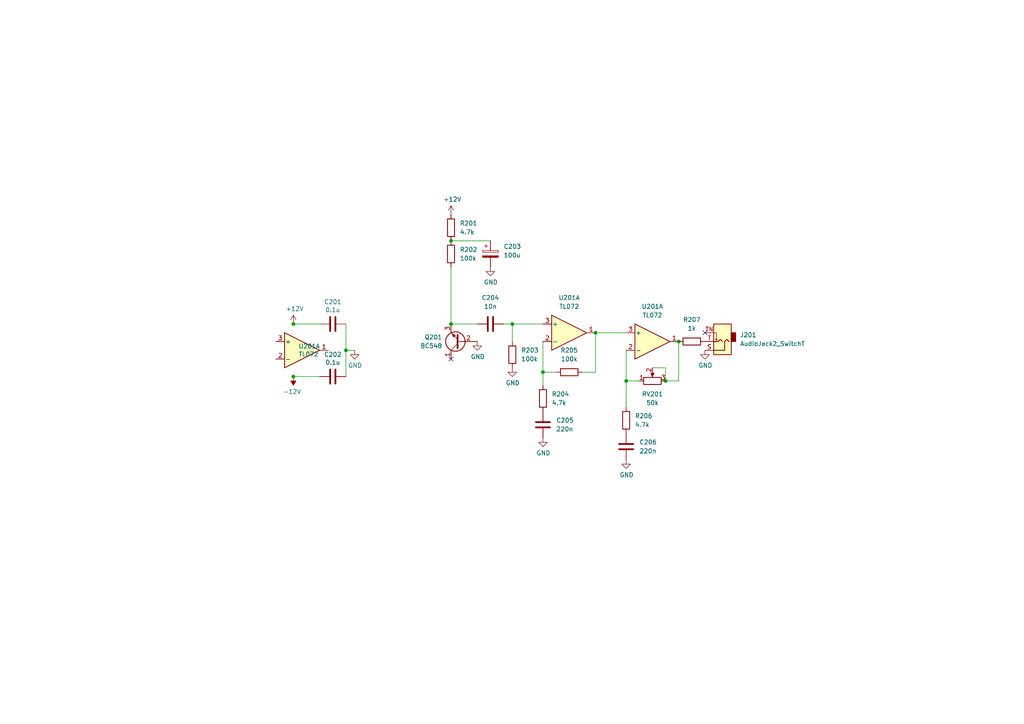
<source format=kicad_sch>
(kicad_sch (version 20211123) (generator eeschema)
  (paper "A4")
  (lib_symbols
    (symbol "Amplifier_Operational:TL072" (pin_names (offset 0.127))
      (property "Reference" "U" (at 0 5.08 0))
      (property "Value" "TL072" (at 0 -5.08 0))
      (symbol "TL072_1_1"
        (polyline (pts (xy -5.08 5.08) (xy 5.08 0) (xy -5.08 -5.08) (xy -5.08 5.08)) (stroke (width 0.254)) (fill (type background)))
        (pin output line (at 7.62 0 180) (length 2.54) (name "~") (number "1"))
        (pin input line (at -7.62 -2.54 0) (length 2.54) (name "-") (number "2"))
        (pin input line (at -7.62 2.54 0) (length 2.54) (name "+") (number "3"))
      )
      (symbol "TL072_2_1"
        (polyline (pts (xy -5.08 5.08) (xy 5.08 0) (xy -5.08 -5.08) (xy -5.08 5.08)) (stroke (width 0.254)) (fill (type background)))
        (pin input line (at -7.62 2.54 0) (length 2.54) (name "+") (number "5"))
        (pin input line (at -7.62 -2.54 0) (length 2.54) (name "-") (number "6"))
        (pin output line (at 7.62 0 180) (length 2.54) (name "~") (number "7"))
      )
      (symbol "TL072_3_1"
        (pin power_in line (at -2.54 -7.62 90) (length 3.81) (name "V-") (number "4"))
        (pin power_in line (at -2.54 7.62 270) (length 3.81) (name "V+") (number "8"))
      )
    )
    (symbol "Connector:AudioJack2_SwitchT"
      (property "Reference" "J" (at 0 8.89 0))
      (property "Value" "AudioJack2_SwitchT" (at 0 6.35 0))
      (symbol "AudioJack2_SwitchT_0_1"
        (rectangle (start -2.54 0) (end -3.81 -2.54) (stroke (width 0.254)) (fill (type outline)))
        (polyline (pts (xy 1.778 -0.254) (xy 2.032 -0.762)))
        (polyline (pts (xy 0 0) (xy 0.635 -0.635) (xy 1.27 0) (xy 2.54 0)) (stroke (width 0.254)))
        (polyline (pts (xy 2.54 -2.54) (xy 1.778 -2.54) (xy 1.778 -0.254) (xy 1.524 -0.762)))
        (polyline (pts (xy 2.54 2.54) (xy -0.635 2.54) (xy -0.635 0) (xy -1.27 -0.635) (xy -1.905 0)) (stroke (width 0.254)))
        (rectangle (start 2.54 3.81) (end -2.54 -5.08) (stroke (width 0.254)) (fill (type background)))
      )
      (symbol "AudioJack2_SwitchT_1_1"
        (pin passive line (at 5.08 2.54 180) (length 2.54) (name "~") (number "S"))
        (pin passive line (at 5.08 0 180) (length 2.54) (name "~") (number "T"))
        (pin passive line (at 5.08 -2.54 180) (length 2.54) (name "~") (number "TN"))
      )
    )
    (symbol "Device:C" (pin_numbers hide) (pin_names (offset 0.254))
      (property "Reference" "C" (at 0.635 2.54 0))
      (property "Value" "C" (at 0.635 -2.54 0))
      (symbol "C_0_1"
        (polyline (pts (xy -2.032 -0.762) (xy 2.032 -0.762)) (stroke (width 0.508)))
        (polyline (pts (xy -2.032 0.762) (xy 2.032 0.762)) (stroke (width 0.508)))
      )
      (symbol "C_1_1"
        (pin passive line (at 0 3.81 270) (length 2.794) (name "~") (number "1"))
        (pin passive line (at 0 -3.81 90) (length 2.794) (name "~") (number "2"))
      )
    )
    (symbol "Device:C_Polarized" (pin_numbers hide) (pin_names (offset 0.254))
      (property "Reference" "C" (at 0.635 2.54 0))
      (property "Value" "C_Polarized" (at 0.635 -2.54 0))
      (symbol "C_Polarized_0_1"
        (rectangle (start -2.286 0.508) (end 2.286 1.016))
        (polyline (pts (xy -1.778 2.286) (xy -0.762 2.286)))
        (polyline (pts (xy -1.27 2.794) (xy -1.27 1.778)))
        (rectangle (start 2.286 -0.508) (end -2.286 -1.016) (fill (type outline)))
      )
      (symbol "C_Polarized_1_1"
        (pin passive line (at 0 3.81 270) (length 2.794) (name "~") (number "1"))
        (pin passive line (at 0 -3.81 90) (length 2.794) (name "~") (number "2"))
      )
    )
    (symbol "Device:R" (pin_numbers hide) (pin_names (offset 0))
      (property "Reference" "R" (at 2.032 0 90))
      (property "Value" "R" (at 0 0 90))
      (symbol "R_0_1"
        (rectangle (start -1.016 -2.54) (end 1.016 2.54) (stroke (width 0.254)))
      )
      (symbol "R_1_1"
        (pin passive line (at 0 3.81 270) (length 1.27) (name "~") (number "1"))
        (pin passive line (at 0 -3.81 90) (length 1.27) (name "~") (number "2"))
      )
    )
    (symbol "Device:R_Potentiometer" (pin_names (offset 1.016) hide)
      (property "Reference" "RV" (at -4.445 0 90))
      (property "Value" "R_Potentiometer" (at -2.54 0 90))
      (symbol "R_Potentiometer_0_1"
        (polyline (pts (xy 2.54 0) (xy 1.524 0)))
        (polyline (pts (xy 1.143 0) (xy 2.286 0.508) (xy 2.286 -0.508) (xy 1.143 0)) (fill (type outline)))
        (rectangle (start 1.016 2.54) (end -1.016 -2.54) (stroke (width 0.254)))
      )
      (symbol "R_Potentiometer_1_1"
        (pin passive line (at 0 3.81 270) (length 1.27) (name "1") (number "1"))
        (pin passive line (at 3.81 0 180) (length 1.27) (name "2") (number "2"))
        (pin passive line (at 0 -3.81 90) (length 1.27) (name "3") (number "3"))
      )
    )
    (symbol "Transistor_BJT:BC548" (pin_names (offset 0) hide)
      (property "Reference" "Q" (at 5.08 1.905 0))
      (property "Value" "BC548" (at 5.08 0 0))
      (symbol "BC548_0_1"
        (polyline (pts (xy 0 0) (xy 0.635 0)))
        (polyline (pts (xy 0.635 0.635) (xy 2.54 2.54)))
        (polyline (pts (xy 0.635 -0.635) (xy 2.54 -2.54) (xy 2.54 -2.54)))
        (polyline (pts (xy 0.635 1.905) (xy 0.635 -1.905) (xy 0.635 -1.905)) (stroke (width 0.508)))
        (polyline (pts (xy 1.27 -1.778) (xy 1.778 -1.27) (xy 2.286 -2.286) (xy 1.27 -1.778) (xy 1.27 -1.778)) (fill (type outline)))
        (circle (center 1.27 0) (radius 2.8194) (stroke (width 0.254)))
      )
      (symbol "BC548_1_1"
        (pin passive line (at 2.54 5.08 270) (length 2.54) (name "C") (number "1"))
        (pin input line (at -5.08 0 0) (length 5.08) (name "B") (number "2"))
        (pin passive line (at 2.54 -5.08 90) (length 2.54) (name "E") (number "3"))
      )
    )
    (symbol "power:+12V" (power) (pin_names (offset 0))
      (property "Value" "+12V" (at 0 3.556 0))
      (symbol "+12V_0_1"
        (polyline (pts (xy -0.762 1.27) (xy 0 2.54)))
        (polyline (pts (xy 0 0) (xy 0 2.54)))
        (polyline (pts (xy 0 2.54) (xy 0.762 1.27)))
      )
      (symbol "+12V_1_1"
        (pin power_in line (at 0 0 90) (length 0) hide (name "+12V") (number "1"))
      )
    )
    (symbol "power:-12V" (power) (pin_names (offset 0))
      (property "Value" "-12V" (at 0 3.81 0))
      (symbol "-12V_0_0"
        (pin power_in line (at 0 0 90) (length 0) hide (name "-12V") (number "1"))
      )
      (symbol "-12V_0_1"
        (polyline (pts (xy 0 0) (xy 0 1.27) (xy 0.762 1.27) (xy 0 2.54) (xy -0.762 1.27) (xy 0 1.27)) (fill (type outline)))
      )
    )
    (symbol "power:GND" (power) (pin_names (offset 0))
      (property "Value" "GND" (at 0 -3.81 0))
      (symbol "GND_0_1"
        (polyline (pts (xy 0 0) (xy 0 -1.27) (xy 1.27 -1.27) (xy 0 -2.54) (xy -1.27 -1.27) (xy 0 -1.27)))
      )
      (symbol "GND_1_1"
        (pin power_in line (at 0 0 270) (length 0) hide (name "GND") (number "1"))
      )
    )
  )
  (junction (at 172.72 96.52))
  (junction (at 130.81 69.85))
  (junction (at 157.48 107.95))
  (junction (at 130.81 93.98))
  (junction (at 193.04 110.49))
  (junction (at 196.85 99.06))
  (junction (at 181.61 110.49))
  (junction (at 148.59 93.98))
  (junction (at 85.09 109.22))
  (junction (at 85.09 93.98))
  (junction (at 100.33 101.6))
  (no_connect (at 130.81 104.14))
  (no_connect (at 204.47 96.52))
  (wire (pts (xy 193.04 106.68) (xy 193.04 110.49)))
  (wire (pts (xy 193.04 110.49) (xy 196.85 110.49)))
  (wire (pts (xy 85.09 109.22) (xy 92.71 109.22)))
  (wire (pts (xy 130.81 77.47) (xy 130.81 93.98)))
  (wire (pts (xy 148.59 93.98) (xy 148.59 99.06)))
  (wire (pts (xy 146.05 93.98) (xy 148.59 93.98)))
  (wire (pts (xy 181.61 110.49) (xy 185.42 110.49)))
  (wire (pts (xy 181.61 101.6) (xy 181.61 110.49)))
  (wire (pts (xy 100.33 101.6) (xy 102.87 101.6)))
  (wire (pts (xy 130.81 93.98) (xy 138.43 93.98)))
  (wire (pts (xy 189.23 106.68) (xy 193.04 106.68)))
  (wire (pts (xy 157.48 107.95) (xy 161.29 107.95)))
  (wire (pts (xy 130.81 69.85) (xy 142.24 69.85)))
  (wire (pts (xy 172.72 107.95) (xy 172.72 96.52)))
  (wire (pts (xy 100.33 101.6) (xy 100.33 109.22)))
  (wire (pts (xy 157.48 99.06) (xy 157.48 107.95)))
  (wire (pts (xy 168.91 107.95) (xy 172.72 107.95)))
  (wire (pts (xy 196.85 110.49) (xy 196.85 99.06)))
  (wire (pts (xy 172.72 96.52) (xy 181.61 96.52)))
  (wire (pts (xy 148.59 93.98) (xy 157.48 93.98)))
  (wire (pts (xy 181.61 110.49) (xy 181.61 118.11)))
  (wire (pts (xy 92.71 93.98) (xy 85.09 93.98)))
  (wire (pts (xy 157.48 107.95) (xy 157.48 111.76)))
  (wire (pts (xy 100.33 93.98) (xy 100.33 101.6)))
  (symbol (lib_id "Device:R") (at 200.66 99.06 90)
    (property "Reference" "R207" (at 200.66 92.71 90))
    (property "Value" "1k" (at 200.66 95.25 90))
    (property "Footprint" "Resistor_THT:R_Axial_DIN0207_L6.3mm_D2.5mm_P7.62mm_Horizontal" (effects hide))
  )
  (symbol (lib_id "power:GND") (at 142.24 77.47 0)
    (property "Reference" "#PWR0206" (effects hide))
    (property "Value" "GND" (at 142.367 81.8642 0))
  )
  (symbol (lib_id "Transistor_BJT:BC548") (at 133.35 99.06 180)
    (property "Reference" "Q201" (at 128.27 97.7899 0) (effects (justify left)))
    (property "Value" "BC548" (at 128.27 100.3299 0) (effects (justify left)))
    (property "Footprint" "Package_TO_SOT_THT:TO-92_HandSolder" (effects hide))
    (property "Datasheet" "https://www.onsemi.com/pub/Collateral/BC550-D.pdf" (effects hide))
  )
  (symbol (lib_id "power:-12V") (at 85.09 109.22 180)
    (property "Reference" "#PWR0202" (effects hide))
    (property "Value" "-12V" (at 84.709 113.6142 0))
  )
  (symbol (lib_id "power:GND") (at 102.87 101.6 0)
    (property "Reference" "#PWR0203" (effects hide))
    (property "Value" "GND" (at 102.997 105.9942 0))
  )
  (symbol (lib_id "Amplifier_Operational:TL072") (at 189.23 99.06 0)
    (property "Reference" "U201" (at 189.23 88.9 0))
    (property "Value" "TL072" (at 189.23 91.44 0))
    (property "Footprint" "Package_DIP:DIP-8_W7.62mm_Socket" (effects hide))
    (property "Datasheet" "http://www.ti.com/lit/ds/symlink/tl071.pdf" (effects hide))
  )
  (symbol (lib_id "Device:R") (at 157.48 115.57 0)
    (property "Reference" "R204" (at 160.02 114.2999 0) (effects (justify left)))
    (property "Value" "4.7k" (at 160.02 116.8399 0) (effects (justify left)))
    (property "Footprint" "Resistor_THT:R_Axial_DIN0207_L6.3mm_D2.5mm_P7.62mm_Horizontal" (effects hide))
  )
  (symbol (lib_id "Amplifier_Operational:TL072") (at 87.63 101.6 0)
    (property "Reference" "U201" (at 86.5632 100.4316 0) (effects (justify left)))
    (property "Value" "TL072" (at 86.5632 102.743 0) (effects (justify left)))
    (property "Footprint" "Package_DIP:DIP-8_W7.62mm_Socket" (effects hide))
    (property "Datasheet" "http://www.ti.com/lit/ds/symlink/tl071.pdf" (effects hide))
  )
  (symbol (lib_id "Device:R") (at 181.61 121.92 0)
    (property "Reference" "R206" (at 184.15 120.6499 0) (effects (justify left)))
    (property "Value" "4.7k" (at 184.15 123.1899 0) (effects (justify left)))
    (property "Footprint" "Resistor_THT:R_Axial_DIN0207_L6.3mm_D2.5mm_P7.62mm_Horizontal" (effects hide))
  )
  (symbol (lib_id "Device:R") (at 130.81 73.66 0)
    (property "Reference" "R202" (at 133.35 72.3899 0) (effects (justify left)))
    (property "Value" "100k" (at 133.35 74.9299 0) (effects (justify left)))
    (property "Footprint" "Resistor_THT:R_Axial_DIN0207_L6.3mm_D2.5mm_P7.62mm_Horizontal" (effects hide))
  )
  (symbol (lib_id "Connector:AudioJack2_SwitchT") (at 209.55 99.06 180)
    (property "Reference" "J201" (at 214.63 97.1549 0) (effects (justify right)))
    (property "Value" "AudioJack2_SwitchT" (at 214.63 99.6949 0) (effects (justify right)))
    (property "Footprint" "Connector_Audio:Jack_3.5mm_QingPu_WQP-PJ398SM_Vertical_CircularHoles" (effects hide))
  )
  (symbol (lib_id "Device:C_Polarized") (at 142.24 73.66 0)
    (property "Reference" "C203" (at 146.05 71.5009 0) (effects (justify left)))
    (property "Value" "100u" (at 146.05 74.0409 0) (effects (justify left)))
    (property "Footprint" "Capacitor_THT:CP_Radial_D5.0mm_P2.00mm" (effects hide))
  )
  (symbol (lib_id "power:GND") (at 181.61 133.35 0)
    (property "Reference" "#PWR0209" (effects hide))
    (property "Value" "GND" (at 181.737 137.7442 0))
  )
  (symbol (lib_id "Device:C") (at 157.48 123.19 180)
    (property "Reference" "C205" (at 161.29 121.9199 0) (effects (justify right)))
    (property "Value" "220n" (at 161.29 124.4599 0) (effects (justify right)))
    (property "Footprint" "Capacitor_THT:C_Disc_D5.0mm_W2.5mm_P5.00mm" (effects hide))
  )
  (symbol (lib_id "power:GND") (at 204.47 101.6 0)
    (property "Reference" "#PWR0210" (effects hide))
    (property "Value" "GND" (at 204.597 105.9942 0))
  )
  (symbol (lib_id "Device:C") (at 96.52 109.22 90)
    (property "Reference" "C202" (at 96.52 102.8192 90))
    (property "Value" "0.1u" (at 96.52 105.1306 90))
    (property "Footprint" "Capacitor_THT:C_Disc_D5.0mm_W2.5mm_P5.00mm" (effects hide))
  )
  (symbol (lib_id "Device:R") (at 130.81 66.04 0)
    (property "Reference" "R201" (at 133.35 64.7699 0) (effects (justify left)))
    (property "Value" "4.7k" (at 133.35 67.3099 0) (effects (justify left)))
    (property "Footprint" "Resistor_THT:R_Axial_DIN0207_L6.3mm_D2.5mm_P7.62mm_Horizontal" (effects hide))
  )
  (symbol (lib_id "Device:R") (at 165.1 107.95 90)
    (property "Reference" "R205" (at 165.1 101.6 90))
    (property "Value" "100k" (at 165.1 104.14 90))
    (property "Footprint" "Resistor_THT:R_Axial_DIN0207_L6.3mm_D2.5mm_P7.62mm_Horizontal" (effects hide))
  )
  (symbol (lib_id "power:+12V") (at 85.09 93.98 0)
    (property "Reference" "#PWR0201" (effects hide))
    (property "Value" "+12V" (at 85.471 89.5858 0))
  )
  (symbol (lib_id "Device:C") (at 181.61 129.54 180)
    (property "Reference" "C206" (at 185.42 128.2699 0) (effects (justify right)))
    (property "Value" "220n" (at 185.42 130.8099 0) (effects (justify right)))
    (property "Footprint" "Capacitor_THT:C_Disc_D5.0mm_W2.5mm_P5.00mm" (effects hide))
  )
  (symbol (lib_id "Device:R_Potentiometer") (at 189.23 110.49 90)
    (property "Reference" "RV201" (at 189.23 114.3 90))
    (property "Value" "50k" (at 189.23 116.84 90))
    (property "Footprint" "Potentiometer_THT:Potentiometer_Alpha_RD901F-40-00D_Single_Vertical_CircularHoles" (effects hide))
  )
  (symbol (lib_id "Device:R") (at 148.59 102.87 0)
    (property "Reference" "R203" (at 151.13 101.5999 0) (effects (justify left)))
    (property "Value" "100k" (at 151.13 104.1399 0) (effects (justify left)))
    (property "Footprint" "Resistor_THT:R_Axial_DIN0207_L6.3mm_D2.5mm_P7.62mm_Horizontal" (effects hide))
  )
  (symbol (lib_id "Device:C") (at 142.24 93.98 90)
    (property "Reference" "C204" (at 142.24 86.36 90))
    (property "Value" "10n" (at 142.24 88.9 90))
    (property "Footprint" "Capacitor_THT:C_Disc_D5.0mm_W2.5mm_P5.00mm" (effects hide))
  )
  (symbol (lib_id "power:GND") (at 157.48 127 0)
    (property "Reference" "#PWR0208" (effects hide))
    (property "Value" "GND" (at 157.607 131.3942 0))
  )
  (symbol (lib_id "power:+12V") (at 130.81 62.23 0)
    (property "Reference" "#PWR0204" (effects hide))
    (property "Value" "+12V" (at 131.191 57.8358 0))
  )
  (symbol (lib_id "Amplifier_Operational:TL072") (at 165.1 96.52 0)
    (property "Reference" "U201" (at 165.1 86.36 0))
    (property "Value" "TL072" (at 165.1 88.9 0))
    (property "Footprint" "Package_DIP:DIP-8_W7.62mm_Socket" (effects hide))
    (property "Datasheet" "http://www.ti.com/lit/ds/symlink/tl071.pdf" (effects hide))
  )
  (symbol (lib_id "power:GND") (at 148.59 106.68 0)
    (property "Reference" "#PWR0207" (effects hide))
    (property "Value" "GND" (at 148.717 111.0742 0))
  )
  (symbol (lib_id "power:GND") (at 138.43 99.06 0)
    (property "Reference" "#PWR0205" (effects hide))
    (property "Value" "GND" (at 138.557 103.4542 0))
  )
  (symbol (lib_id "Device:C") (at 96.52 93.98 90)
    (property "Reference" "C201" (at 96.52 87.5792 90))
    (property "Value" "0.1u" (at 96.52 89.8906 90))
    (property "Footprint" "Capacitor_THT:C_Disc_D5.0mm_W2.5mm_P5.00mm" (effects hide))
  )
)
</source>
